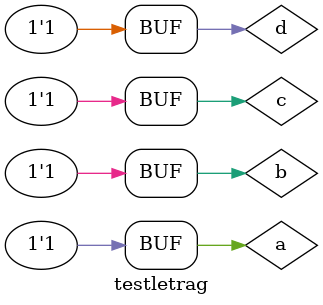
<source format=v>



module letrag (s1,a,b,c,d);
output s1;
input a,b,c,d;
wire t1,t2,t3,t4,t5,t,t7,t8;

and AND1 (t1,~a,c,d);
and AND2 (t2,~b,c,d);
and AND3 (t3,b,~c,d);
and AND4 (t4,~a,b,c);
and AND5 (t5,a,~b,d);
and AND6 (t6,a,~c,d);
and AND7 (t7,a,~b,c);
and AND8 (t8,a,b,~c);
and AND9 (t9,a,b,~d);

or OR1 (s1,t1,t2,t3,t4,t5,t6,t7,t8,t9); 





endmodule //fim letrag

module testletrag;

wire s1;
reg a,b,c,d;

letrag G(s1,a,b,c,d);

 initial begin
 		$display("LUIZ MARQUES DE OLIVEIRA");
 		$display("PROVA - LETRA G");
      $display("\na  b   c   d  s1\n");
      $monitor("%b  %b   %b   %b  %b", a, b, c, d, s1);
  
	     a=0; b=0; c=0; d=0;  
    #1  a=0; b=0; c=0; d=1;
    #1  a=0; b=0; c=1; d=0;
    #1  a=0; b=0; c=1; d=1;
    #1  a=0; b=1; c=0; d=0;
 	 #1  a=0; b=1; c=0; d=1;
    #1  a=0; b=1; c=1; d=0;
    #1  a=0; b=1; c=1; d=1;
    #1  a=1; b=0; c=0; d=0;
    #1  a=1; b=0; c=0; d=1;
    #1  a=1; b=0; c=1; d=0;
    #1  a=1; b=0; c=1; d=1;
    #1  a=1; b=1; c=0; d=0;
    #1  a=1; b=1; c=0; d=1;
    #1  a=1; b=1; c=1; d=0;
    #1  a=1; b=1; c=1; d=1;


        
    end
    endmodule


</source>
